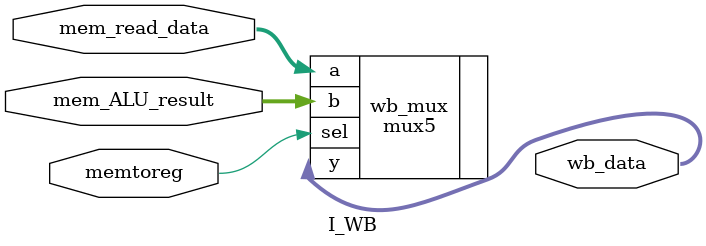
<source format=v>
`timescale 1ns / 1ps


module I_WB(
    output wire [31:0] wb_data,
    input wire [31:0] mem_read_data, mem_ALU_result,
    input wire memtoreg
    );
    
    mux5 wb_mux (
        .a(mem_read_data),
        .b(mem_ALU_result),
        .y(wb_data),
        .sel(memtoreg)
    );
endmodule

</source>
